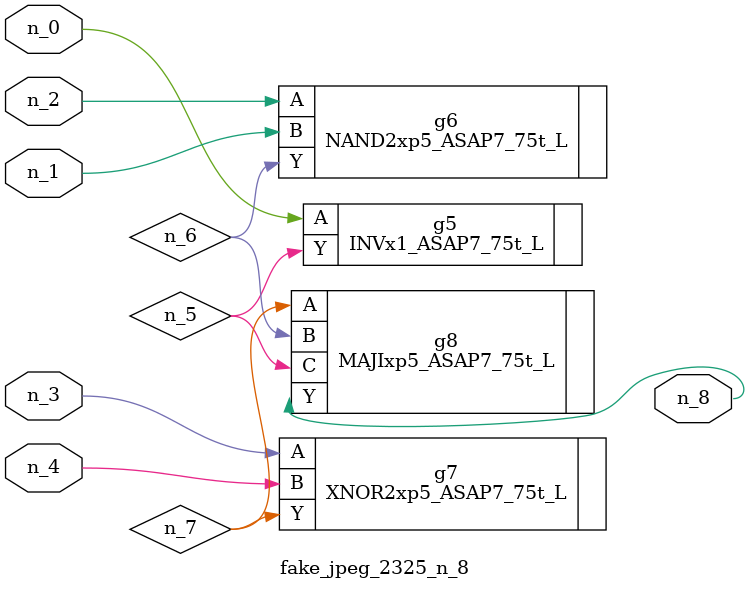
<source format=v>
module fake_jpeg_2325_n_8 (n_3, n_2, n_1, n_0, n_4, n_8);

input n_3;
input n_2;
input n_1;
input n_0;
input n_4;

output n_8;

wire n_6;
wire n_5;
wire n_7;

INVx1_ASAP7_75t_L g5 ( 
.A(n_0),
.Y(n_5)
);

NAND2xp5_ASAP7_75t_L g6 ( 
.A(n_2),
.B(n_1),
.Y(n_6)
);

XNOR2xp5_ASAP7_75t_L g7 ( 
.A(n_3),
.B(n_4),
.Y(n_7)
);

MAJIxp5_ASAP7_75t_L g8 ( 
.A(n_7),
.B(n_6),
.C(n_5),
.Y(n_8)
);


endmodule
</source>
